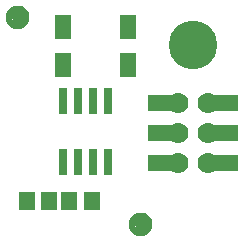
<source format=gbr>
G04 EAGLE Gerber RS-274X export*
G75*
%MOMM*%
%FSLAX34Y34*%
%LPD*%
%INSoldermask Bottom*%
%IPPOS*%
%AMOC8*
5,1,8,0,0,1.08239X$1,22.5*%
G01*
%ADD10R,1.401600X2.001600*%
%ADD11R,1.341600X1.601600*%
%ADD12C,4.117600*%
%ADD13R,0.701600X2.301600*%
%ADD14C,1.778000*%
%ADD15R,2.133600X1.371600*%
%ADD16C,1.101600*%
%ADD17C,0.500000*%


D10*
X50732Y194054D03*
X105732Y194054D03*
X105732Y162054D03*
X50732Y162054D03*
D11*
X55778Y46736D03*
X74778Y46736D03*
D12*
X160782Y178562D03*
D13*
X62992Y131664D03*
X62992Y79664D03*
X50292Y131664D03*
X75692Y131664D03*
X88392Y131664D03*
X50292Y79664D03*
X75692Y79664D03*
X88392Y79664D03*
D14*
X148082Y129794D03*
X173482Y129794D03*
X148082Y104394D03*
X173482Y104394D03*
X148082Y78994D03*
X173482Y78994D03*
D15*
X188722Y129794D03*
X188722Y104394D03*
X188722Y78994D03*
X132842Y129794D03*
X132842Y104394D03*
X132842Y78994D03*
D16*
X116332Y26924D03*
D17*
X123832Y26924D02*
X123830Y27105D01*
X123823Y27286D01*
X123812Y27467D01*
X123797Y27648D01*
X123777Y27828D01*
X123753Y28008D01*
X123725Y28187D01*
X123692Y28365D01*
X123655Y28542D01*
X123614Y28719D01*
X123569Y28894D01*
X123519Y29069D01*
X123465Y29242D01*
X123407Y29413D01*
X123345Y29584D01*
X123278Y29752D01*
X123208Y29919D01*
X123134Y30085D01*
X123055Y30248D01*
X122973Y30409D01*
X122887Y30569D01*
X122797Y30726D01*
X122703Y30881D01*
X122606Y31034D01*
X122504Y31184D01*
X122400Y31332D01*
X122291Y31478D01*
X122180Y31620D01*
X122064Y31760D01*
X121946Y31897D01*
X121824Y32032D01*
X121699Y32163D01*
X121571Y32291D01*
X121440Y32416D01*
X121305Y32538D01*
X121168Y32656D01*
X121028Y32772D01*
X120886Y32883D01*
X120740Y32992D01*
X120592Y33096D01*
X120442Y33198D01*
X120289Y33295D01*
X120134Y33389D01*
X119977Y33479D01*
X119817Y33565D01*
X119656Y33647D01*
X119493Y33726D01*
X119327Y33800D01*
X119160Y33870D01*
X118992Y33937D01*
X118821Y33999D01*
X118650Y34057D01*
X118477Y34111D01*
X118302Y34161D01*
X118127Y34206D01*
X117950Y34247D01*
X117773Y34284D01*
X117595Y34317D01*
X117416Y34345D01*
X117236Y34369D01*
X117056Y34389D01*
X116875Y34404D01*
X116694Y34415D01*
X116513Y34422D01*
X116332Y34424D01*
X116151Y34422D01*
X115970Y34415D01*
X115789Y34404D01*
X115608Y34389D01*
X115428Y34369D01*
X115248Y34345D01*
X115069Y34317D01*
X114891Y34284D01*
X114714Y34247D01*
X114537Y34206D01*
X114362Y34161D01*
X114187Y34111D01*
X114014Y34057D01*
X113843Y33999D01*
X113672Y33937D01*
X113504Y33870D01*
X113337Y33800D01*
X113171Y33726D01*
X113008Y33647D01*
X112847Y33565D01*
X112687Y33479D01*
X112530Y33389D01*
X112375Y33295D01*
X112222Y33198D01*
X112072Y33096D01*
X111924Y32992D01*
X111778Y32883D01*
X111636Y32772D01*
X111496Y32656D01*
X111359Y32538D01*
X111224Y32416D01*
X111093Y32291D01*
X110965Y32163D01*
X110840Y32032D01*
X110718Y31897D01*
X110600Y31760D01*
X110484Y31620D01*
X110373Y31478D01*
X110264Y31332D01*
X110160Y31184D01*
X110058Y31034D01*
X109961Y30881D01*
X109867Y30726D01*
X109777Y30569D01*
X109691Y30409D01*
X109609Y30248D01*
X109530Y30085D01*
X109456Y29919D01*
X109386Y29752D01*
X109319Y29584D01*
X109257Y29413D01*
X109199Y29242D01*
X109145Y29069D01*
X109095Y28894D01*
X109050Y28719D01*
X109009Y28542D01*
X108972Y28365D01*
X108939Y28187D01*
X108911Y28008D01*
X108887Y27828D01*
X108867Y27648D01*
X108852Y27467D01*
X108841Y27286D01*
X108834Y27105D01*
X108832Y26924D01*
X108834Y26743D01*
X108841Y26562D01*
X108852Y26381D01*
X108867Y26200D01*
X108887Y26020D01*
X108911Y25840D01*
X108939Y25661D01*
X108972Y25483D01*
X109009Y25306D01*
X109050Y25129D01*
X109095Y24954D01*
X109145Y24779D01*
X109199Y24606D01*
X109257Y24435D01*
X109319Y24264D01*
X109386Y24096D01*
X109456Y23929D01*
X109530Y23763D01*
X109609Y23600D01*
X109691Y23439D01*
X109777Y23279D01*
X109867Y23122D01*
X109961Y22967D01*
X110058Y22814D01*
X110160Y22664D01*
X110264Y22516D01*
X110373Y22370D01*
X110484Y22228D01*
X110600Y22088D01*
X110718Y21951D01*
X110840Y21816D01*
X110965Y21685D01*
X111093Y21557D01*
X111224Y21432D01*
X111359Y21310D01*
X111496Y21192D01*
X111636Y21076D01*
X111778Y20965D01*
X111924Y20856D01*
X112072Y20752D01*
X112222Y20650D01*
X112375Y20553D01*
X112530Y20459D01*
X112687Y20369D01*
X112847Y20283D01*
X113008Y20201D01*
X113171Y20122D01*
X113337Y20048D01*
X113504Y19978D01*
X113672Y19911D01*
X113843Y19849D01*
X114014Y19791D01*
X114187Y19737D01*
X114362Y19687D01*
X114537Y19642D01*
X114714Y19601D01*
X114891Y19564D01*
X115069Y19531D01*
X115248Y19503D01*
X115428Y19479D01*
X115608Y19459D01*
X115789Y19444D01*
X115970Y19433D01*
X116151Y19426D01*
X116332Y19424D01*
X116513Y19426D01*
X116694Y19433D01*
X116875Y19444D01*
X117056Y19459D01*
X117236Y19479D01*
X117416Y19503D01*
X117595Y19531D01*
X117773Y19564D01*
X117950Y19601D01*
X118127Y19642D01*
X118302Y19687D01*
X118477Y19737D01*
X118650Y19791D01*
X118821Y19849D01*
X118992Y19911D01*
X119160Y19978D01*
X119327Y20048D01*
X119493Y20122D01*
X119656Y20201D01*
X119817Y20283D01*
X119977Y20369D01*
X120134Y20459D01*
X120289Y20553D01*
X120442Y20650D01*
X120592Y20752D01*
X120740Y20856D01*
X120886Y20965D01*
X121028Y21076D01*
X121168Y21192D01*
X121305Y21310D01*
X121440Y21432D01*
X121571Y21557D01*
X121699Y21685D01*
X121824Y21816D01*
X121946Y21951D01*
X122064Y22088D01*
X122180Y22228D01*
X122291Y22370D01*
X122400Y22516D01*
X122504Y22664D01*
X122606Y22814D01*
X122703Y22967D01*
X122797Y23122D01*
X122887Y23279D01*
X122973Y23439D01*
X123055Y23600D01*
X123134Y23763D01*
X123208Y23929D01*
X123278Y24096D01*
X123345Y24264D01*
X123407Y24435D01*
X123465Y24606D01*
X123519Y24779D01*
X123569Y24954D01*
X123614Y25129D01*
X123655Y25306D01*
X123692Y25483D01*
X123725Y25661D01*
X123753Y25840D01*
X123777Y26020D01*
X123797Y26200D01*
X123812Y26381D01*
X123823Y26562D01*
X123830Y26743D01*
X123832Y26924D01*
D16*
X12192Y202184D03*
D17*
X19692Y202184D02*
X19690Y202365D01*
X19683Y202546D01*
X19672Y202727D01*
X19657Y202908D01*
X19637Y203088D01*
X19613Y203268D01*
X19585Y203447D01*
X19552Y203625D01*
X19515Y203802D01*
X19474Y203979D01*
X19429Y204154D01*
X19379Y204329D01*
X19325Y204502D01*
X19267Y204673D01*
X19205Y204844D01*
X19138Y205012D01*
X19068Y205179D01*
X18994Y205345D01*
X18915Y205508D01*
X18833Y205669D01*
X18747Y205829D01*
X18657Y205986D01*
X18563Y206141D01*
X18466Y206294D01*
X18364Y206444D01*
X18260Y206592D01*
X18151Y206738D01*
X18040Y206880D01*
X17924Y207020D01*
X17806Y207157D01*
X17684Y207292D01*
X17559Y207423D01*
X17431Y207551D01*
X17300Y207676D01*
X17165Y207798D01*
X17028Y207916D01*
X16888Y208032D01*
X16746Y208143D01*
X16600Y208252D01*
X16452Y208356D01*
X16302Y208458D01*
X16149Y208555D01*
X15994Y208649D01*
X15837Y208739D01*
X15677Y208825D01*
X15516Y208907D01*
X15353Y208986D01*
X15187Y209060D01*
X15020Y209130D01*
X14852Y209197D01*
X14681Y209259D01*
X14510Y209317D01*
X14337Y209371D01*
X14162Y209421D01*
X13987Y209466D01*
X13810Y209507D01*
X13633Y209544D01*
X13455Y209577D01*
X13276Y209605D01*
X13096Y209629D01*
X12916Y209649D01*
X12735Y209664D01*
X12554Y209675D01*
X12373Y209682D01*
X12192Y209684D01*
X12011Y209682D01*
X11830Y209675D01*
X11649Y209664D01*
X11468Y209649D01*
X11288Y209629D01*
X11108Y209605D01*
X10929Y209577D01*
X10751Y209544D01*
X10574Y209507D01*
X10397Y209466D01*
X10222Y209421D01*
X10047Y209371D01*
X9874Y209317D01*
X9703Y209259D01*
X9532Y209197D01*
X9364Y209130D01*
X9197Y209060D01*
X9031Y208986D01*
X8868Y208907D01*
X8707Y208825D01*
X8547Y208739D01*
X8390Y208649D01*
X8235Y208555D01*
X8082Y208458D01*
X7932Y208356D01*
X7784Y208252D01*
X7638Y208143D01*
X7496Y208032D01*
X7356Y207916D01*
X7219Y207798D01*
X7084Y207676D01*
X6953Y207551D01*
X6825Y207423D01*
X6700Y207292D01*
X6578Y207157D01*
X6460Y207020D01*
X6344Y206880D01*
X6233Y206738D01*
X6124Y206592D01*
X6020Y206444D01*
X5918Y206294D01*
X5821Y206141D01*
X5727Y205986D01*
X5637Y205829D01*
X5551Y205669D01*
X5469Y205508D01*
X5390Y205345D01*
X5316Y205179D01*
X5246Y205012D01*
X5179Y204844D01*
X5117Y204673D01*
X5059Y204502D01*
X5005Y204329D01*
X4955Y204154D01*
X4910Y203979D01*
X4869Y203802D01*
X4832Y203625D01*
X4799Y203447D01*
X4771Y203268D01*
X4747Y203088D01*
X4727Y202908D01*
X4712Y202727D01*
X4701Y202546D01*
X4694Y202365D01*
X4692Y202184D01*
X4694Y202003D01*
X4701Y201822D01*
X4712Y201641D01*
X4727Y201460D01*
X4747Y201280D01*
X4771Y201100D01*
X4799Y200921D01*
X4832Y200743D01*
X4869Y200566D01*
X4910Y200389D01*
X4955Y200214D01*
X5005Y200039D01*
X5059Y199866D01*
X5117Y199695D01*
X5179Y199524D01*
X5246Y199356D01*
X5316Y199189D01*
X5390Y199023D01*
X5469Y198860D01*
X5551Y198699D01*
X5637Y198539D01*
X5727Y198382D01*
X5821Y198227D01*
X5918Y198074D01*
X6020Y197924D01*
X6124Y197776D01*
X6233Y197630D01*
X6344Y197488D01*
X6460Y197348D01*
X6578Y197211D01*
X6700Y197076D01*
X6825Y196945D01*
X6953Y196817D01*
X7084Y196692D01*
X7219Y196570D01*
X7356Y196452D01*
X7496Y196336D01*
X7638Y196225D01*
X7784Y196116D01*
X7932Y196012D01*
X8082Y195910D01*
X8235Y195813D01*
X8390Y195719D01*
X8547Y195629D01*
X8707Y195543D01*
X8868Y195461D01*
X9031Y195382D01*
X9197Y195308D01*
X9364Y195238D01*
X9532Y195171D01*
X9703Y195109D01*
X9874Y195051D01*
X10047Y194997D01*
X10222Y194947D01*
X10397Y194902D01*
X10574Y194861D01*
X10751Y194824D01*
X10929Y194791D01*
X11108Y194763D01*
X11288Y194739D01*
X11468Y194719D01*
X11649Y194704D01*
X11830Y194693D01*
X12011Y194686D01*
X12192Y194684D01*
X12373Y194686D01*
X12554Y194693D01*
X12735Y194704D01*
X12916Y194719D01*
X13096Y194739D01*
X13276Y194763D01*
X13455Y194791D01*
X13633Y194824D01*
X13810Y194861D01*
X13987Y194902D01*
X14162Y194947D01*
X14337Y194997D01*
X14510Y195051D01*
X14681Y195109D01*
X14852Y195171D01*
X15020Y195238D01*
X15187Y195308D01*
X15353Y195382D01*
X15516Y195461D01*
X15677Y195543D01*
X15837Y195629D01*
X15994Y195719D01*
X16149Y195813D01*
X16302Y195910D01*
X16452Y196012D01*
X16600Y196116D01*
X16746Y196225D01*
X16888Y196336D01*
X17028Y196452D01*
X17165Y196570D01*
X17300Y196692D01*
X17431Y196817D01*
X17559Y196945D01*
X17684Y197076D01*
X17806Y197211D01*
X17924Y197348D01*
X18040Y197488D01*
X18151Y197630D01*
X18260Y197776D01*
X18364Y197924D01*
X18466Y198074D01*
X18563Y198227D01*
X18657Y198382D01*
X18747Y198539D01*
X18833Y198699D01*
X18915Y198860D01*
X18994Y199023D01*
X19068Y199189D01*
X19138Y199356D01*
X19205Y199524D01*
X19267Y199695D01*
X19325Y199866D01*
X19379Y200039D01*
X19429Y200214D01*
X19474Y200389D01*
X19515Y200566D01*
X19552Y200743D01*
X19585Y200921D01*
X19613Y201100D01*
X19637Y201280D01*
X19657Y201460D01*
X19672Y201641D01*
X19683Y201822D01*
X19690Y202003D01*
X19692Y202184D01*
D11*
X19710Y46990D03*
X38710Y46990D03*
M02*

</source>
